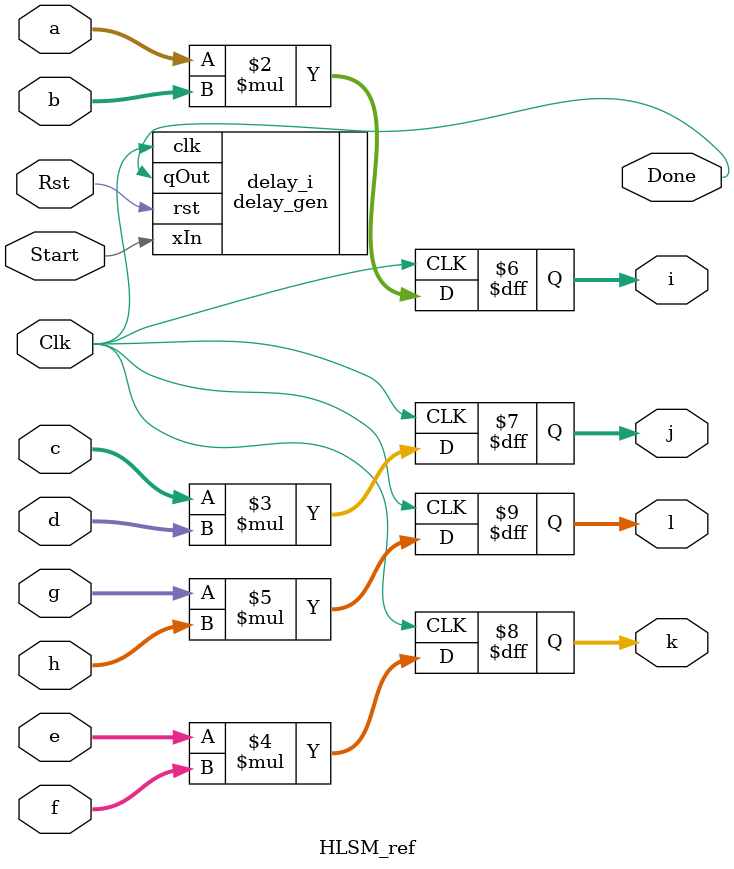
<source format=v>
`timescale 1ns/1ns

module HLSM_ref(Clk, Rst, Start, Done, a, b, c, d, e, f, g, h, i, j, k, l);

    parameter LATENCY = 4;
    
    input Clk, Rst, Start;
    output Done;
    
    input signed [15:0] a, b, c, d, e, f, g, h;
    output reg signed [15:0] i, j, k, l;
    
    always @(posedge Clk) begin
        i <= a * b;
        j <= c * d;
        k <= e * f;
        l <= g * h;
    end
    
    delay_gen #(.DELAY(LATENCY)) delay_i(.qOut(Done), .xIn(Start), .clk(Clk), .rst(Rst));
    
endmodule

</source>
